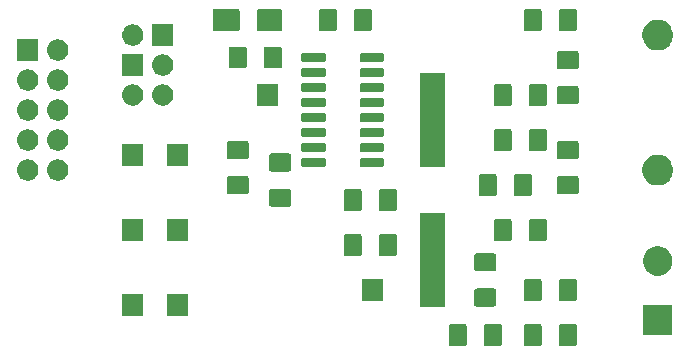
<source format=gbr>
G04 #@! TF.GenerationSoftware,KiCad,Pcbnew,5.1.4*
G04 #@! TF.CreationDate,2019-08-27T08:05:14+02:00*
G04 #@! TF.ProjectId,CS5490_UEXT,43533534-3930-45f5-9545-58542e6b6963,rev?*
G04 #@! TF.SameCoordinates,Original*
G04 #@! TF.FileFunction,Soldermask,Top*
G04 #@! TF.FilePolarity,Negative*
%FSLAX46Y46*%
G04 Gerber Fmt 4.6, Leading zero omitted, Abs format (unit mm)*
G04 Created by KiCad (PCBNEW 5.1.4) date 2019-08-27 08:05:14*
%MOMM*%
%LPD*%
G04 APERTURE LIST*
%ADD10C,0.100000*%
G04 APERTURE END LIST*
D10*
G36*
X142853062Y-109568181D02*
G01*
X142887981Y-109578774D01*
X142920163Y-109595976D01*
X142948373Y-109619127D01*
X142971524Y-109647337D01*
X142988726Y-109679519D01*
X142999319Y-109714438D01*
X143003500Y-109756895D01*
X143003500Y-111223105D01*
X142999319Y-111265562D01*
X142988726Y-111300481D01*
X142971524Y-111332663D01*
X142948373Y-111360873D01*
X142920163Y-111384024D01*
X142887981Y-111401226D01*
X142853062Y-111411819D01*
X142810605Y-111416000D01*
X141669395Y-111416000D01*
X141626938Y-111411819D01*
X141592019Y-111401226D01*
X141559837Y-111384024D01*
X141531627Y-111360873D01*
X141508476Y-111332663D01*
X141491274Y-111300481D01*
X141480681Y-111265562D01*
X141476500Y-111223105D01*
X141476500Y-109756895D01*
X141480681Y-109714438D01*
X141491274Y-109679519D01*
X141508476Y-109647337D01*
X141531627Y-109619127D01*
X141559837Y-109595976D01*
X141592019Y-109578774D01*
X141626938Y-109568181D01*
X141669395Y-109564000D01*
X142810605Y-109564000D01*
X142853062Y-109568181D01*
X142853062Y-109568181D01*
G37*
G36*
X139878062Y-109568181D02*
G01*
X139912981Y-109578774D01*
X139945163Y-109595976D01*
X139973373Y-109619127D01*
X139996524Y-109647337D01*
X140013726Y-109679519D01*
X140024319Y-109714438D01*
X140028500Y-109756895D01*
X140028500Y-111223105D01*
X140024319Y-111265562D01*
X140013726Y-111300481D01*
X139996524Y-111332663D01*
X139973373Y-111360873D01*
X139945163Y-111384024D01*
X139912981Y-111401226D01*
X139878062Y-111411819D01*
X139835605Y-111416000D01*
X138694395Y-111416000D01*
X138651938Y-111411819D01*
X138617019Y-111401226D01*
X138584837Y-111384024D01*
X138556627Y-111360873D01*
X138533476Y-111332663D01*
X138516274Y-111300481D01*
X138505681Y-111265562D01*
X138501500Y-111223105D01*
X138501500Y-109756895D01*
X138505681Y-109714438D01*
X138516274Y-109679519D01*
X138533476Y-109647337D01*
X138556627Y-109619127D01*
X138584837Y-109595976D01*
X138617019Y-109578774D01*
X138651938Y-109568181D01*
X138694395Y-109564000D01*
X139835605Y-109564000D01*
X139878062Y-109568181D01*
X139878062Y-109568181D01*
G37*
G36*
X136503062Y-109568181D02*
G01*
X136537981Y-109578774D01*
X136570163Y-109595976D01*
X136598373Y-109619127D01*
X136621524Y-109647337D01*
X136638726Y-109679519D01*
X136649319Y-109714438D01*
X136653500Y-109756895D01*
X136653500Y-111223105D01*
X136649319Y-111265562D01*
X136638726Y-111300481D01*
X136621524Y-111332663D01*
X136598373Y-111360873D01*
X136570163Y-111384024D01*
X136537981Y-111401226D01*
X136503062Y-111411819D01*
X136460605Y-111416000D01*
X135319395Y-111416000D01*
X135276938Y-111411819D01*
X135242019Y-111401226D01*
X135209837Y-111384024D01*
X135181627Y-111360873D01*
X135158476Y-111332663D01*
X135141274Y-111300481D01*
X135130681Y-111265562D01*
X135126500Y-111223105D01*
X135126500Y-109756895D01*
X135130681Y-109714438D01*
X135141274Y-109679519D01*
X135158476Y-109647337D01*
X135181627Y-109619127D01*
X135209837Y-109595976D01*
X135242019Y-109578774D01*
X135276938Y-109568181D01*
X135319395Y-109564000D01*
X136460605Y-109564000D01*
X136503062Y-109568181D01*
X136503062Y-109568181D01*
G37*
G36*
X133528062Y-109568181D02*
G01*
X133562981Y-109578774D01*
X133595163Y-109595976D01*
X133623373Y-109619127D01*
X133646524Y-109647337D01*
X133663726Y-109679519D01*
X133674319Y-109714438D01*
X133678500Y-109756895D01*
X133678500Y-111223105D01*
X133674319Y-111265562D01*
X133663726Y-111300481D01*
X133646524Y-111332663D01*
X133623373Y-111360873D01*
X133595163Y-111384024D01*
X133562981Y-111401226D01*
X133528062Y-111411819D01*
X133485605Y-111416000D01*
X132344395Y-111416000D01*
X132301938Y-111411819D01*
X132267019Y-111401226D01*
X132234837Y-111384024D01*
X132206627Y-111360873D01*
X132183476Y-111332663D01*
X132166274Y-111300481D01*
X132155681Y-111265562D01*
X132151500Y-111223105D01*
X132151500Y-109756895D01*
X132155681Y-109714438D01*
X132166274Y-109679519D01*
X132183476Y-109647337D01*
X132206627Y-109619127D01*
X132234837Y-109595976D01*
X132267019Y-109578774D01*
X132301938Y-109568181D01*
X132344395Y-109564000D01*
X133485605Y-109564000D01*
X133528062Y-109568181D01*
X133528062Y-109568181D01*
G37*
G36*
X151111000Y-110471000D02*
G01*
X148609000Y-110471000D01*
X148609000Y-107969000D01*
X151111000Y-107969000D01*
X151111000Y-110471000D01*
X151111000Y-110471000D01*
G37*
G36*
X110121000Y-108851000D02*
G01*
X108319000Y-108851000D01*
X108319000Y-107049000D01*
X110121000Y-107049000D01*
X110121000Y-108851000D01*
X110121000Y-108851000D01*
G37*
G36*
X106311000Y-108851000D02*
G01*
X104509000Y-108851000D01*
X104509000Y-107049000D01*
X106311000Y-107049000D01*
X106311000Y-108851000D01*
X106311000Y-108851000D01*
G37*
G36*
X131861000Y-108128500D02*
G01*
X129759000Y-108128500D01*
X129759000Y-100151500D01*
X131861000Y-100151500D01*
X131861000Y-108128500D01*
X131861000Y-108128500D01*
G37*
G36*
X136030562Y-106555681D02*
G01*
X136065481Y-106566274D01*
X136097663Y-106583476D01*
X136125873Y-106606627D01*
X136149024Y-106634837D01*
X136166226Y-106667019D01*
X136176819Y-106701938D01*
X136181000Y-106744395D01*
X136181000Y-107885605D01*
X136176819Y-107928062D01*
X136166226Y-107962981D01*
X136149024Y-107995163D01*
X136125873Y-108023373D01*
X136097663Y-108046524D01*
X136065481Y-108063726D01*
X136030562Y-108074319D01*
X135988105Y-108078500D01*
X134521895Y-108078500D01*
X134479438Y-108074319D01*
X134444519Y-108063726D01*
X134412337Y-108046524D01*
X134384127Y-108023373D01*
X134360976Y-107995163D01*
X134343774Y-107962981D01*
X134333181Y-107928062D01*
X134329000Y-107885605D01*
X134329000Y-106744395D01*
X134333181Y-106701938D01*
X134343774Y-106667019D01*
X134360976Y-106634837D01*
X134384127Y-106606627D01*
X134412337Y-106583476D01*
X134444519Y-106566274D01*
X134479438Y-106555681D01*
X134521895Y-106551500D01*
X135988105Y-106551500D01*
X136030562Y-106555681D01*
X136030562Y-106555681D01*
G37*
G36*
X139878062Y-105758181D02*
G01*
X139912981Y-105768774D01*
X139945163Y-105785976D01*
X139973373Y-105809127D01*
X139996524Y-105837337D01*
X140013726Y-105869519D01*
X140024319Y-105904438D01*
X140028500Y-105946895D01*
X140028500Y-107413105D01*
X140024319Y-107455562D01*
X140013726Y-107490481D01*
X139996524Y-107522663D01*
X139973373Y-107550873D01*
X139945163Y-107574024D01*
X139912981Y-107591226D01*
X139878062Y-107601819D01*
X139835605Y-107606000D01*
X138694395Y-107606000D01*
X138651938Y-107601819D01*
X138617019Y-107591226D01*
X138584837Y-107574024D01*
X138556627Y-107550873D01*
X138533476Y-107522663D01*
X138516274Y-107490481D01*
X138505681Y-107455562D01*
X138501500Y-107413105D01*
X138501500Y-105946895D01*
X138505681Y-105904438D01*
X138516274Y-105869519D01*
X138533476Y-105837337D01*
X138556627Y-105809127D01*
X138584837Y-105785976D01*
X138617019Y-105768774D01*
X138651938Y-105758181D01*
X138694395Y-105754000D01*
X139835605Y-105754000D01*
X139878062Y-105758181D01*
X139878062Y-105758181D01*
G37*
G36*
X142853062Y-105758181D02*
G01*
X142887981Y-105768774D01*
X142920163Y-105785976D01*
X142948373Y-105809127D01*
X142971524Y-105837337D01*
X142988726Y-105869519D01*
X142999319Y-105904438D01*
X143003500Y-105946895D01*
X143003500Y-107413105D01*
X142999319Y-107455562D01*
X142988726Y-107490481D01*
X142971524Y-107522663D01*
X142948373Y-107550873D01*
X142920163Y-107574024D01*
X142887981Y-107591226D01*
X142853062Y-107601819D01*
X142810605Y-107606000D01*
X141669395Y-107606000D01*
X141626938Y-107601819D01*
X141592019Y-107591226D01*
X141559837Y-107574024D01*
X141531627Y-107550873D01*
X141508476Y-107522663D01*
X141491274Y-107490481D01*
X141480681Y-107455562D01*
X141476500Y-107413105D01*
X141476500Y-105946895D01*
X141480681Y-105904438D01*
X141491274Y-105869519D01*
X141508476Y-105837337D01*
X141531627Y-105809127D01*
X141559837Y-105785976D01*
X141592019Y-105768774D01*
X141626938Y-105758181D01*
X141669395Y-105754000D01*
X142810605Y-105754000D01*
X142853062Y-105758181D01*
X142853062Y-105758181D01*
G37*
G36*
X126631000Y-107581000D02*
G01*
X124829000Y-107581000D01*
X124829000Y-105779000D01*
X126631000Y-105779000D01*
X126631000Y-107581000D01*
X126631000Y-107581000D01*
G37*
G36*
X150224903Y-103017075D02*
G01*
X150452571Y-103111378D01*
X150657466Y-103248285D01*
X150831715Y-103422534D01*
X150952369Y-103603105D01*
X150968623Y-103627431D01*
X150970361Y-103631627D01*
X151062925Y-103855097D01*
X151111000Y-104096787D01*
X151111000Y-104343213D01*
X151062925Y-104584903D01*
X150968622Y-104812571D01*
X150831715Y-105017466D01*
X150657466Y-105191715D01*
X150452571Y-105328622D01*
X150452570Y-105328623D01*
X150452569Y-105328623D01*
X150224903Y-105422925D01*
X149983214Y-105471000D01*
X149736786Y-105471000D01*
X149495097Y-105422925D01*
X149267431Y-105328623D01*
X149267430Y-105328623D01*
X149267429Y-105328622D01*
X149062534Y-105191715D01*
X148888285Y-105017466D01*
X148751378Y-104812571D01*
X148657075Y-104584903D01*
X148609000Y-104343213D01*
X148609000Y-104096787D01*
X148657075Y-103855097D01*
X148749639Y-103631627D01*
X148751377Y-103627431D01*
X148767631Y-103603105D01*
X148888285Y-103422534D01*
X149062534Y-103248285D01*
X149267429Y-103111378D01*
X149495097Y-103017075D01*
X149736786Y-102969000D01*
X149983214Y-102969000D01*
X150224903Y-103017075D01*
X150224903Y-103017075D01*
G37*
G36*
X136030562Y-103580681D02*
G01*
X136065481Y-103591274D01*
X136097663Y-103608476D01*
X136125873Y-103631627D01*
X136149024Y-103659837D01*
X136166226Y-103692019D01*
X136176819Y-103726938D01*
X136181000Y-103769395D01*
X136181000Y-104910605D01*
X136176819Y-104953062D01*
X136166226Y-104987981D01*
X136149024Y-105020163D01*
X136125873Y-105048373D01*
X136097663Y-105071524D01*
X136065481Y-105088726D01*
X136030562Y-105099319D01*
X135988105Y-105103500D01*
X134521895Y-105103500D01*
X134479438Y-105099319D01*
X134444519Y-105088726D01*
X134412337Y-105071524D01*
X134384127Y-105048373D01*
X134360976Y-105020163D01*
X134343774Y-104987981D01*
X134333181Y-104953062D01*
X134329000Y-104910605D01*
X134329000Y-103769395D01*
X134333181Y-103726938D01*
X134343774Y-103692019D01*
X134360976Y-103659837D01*
X134384127Y-103631627D01*
X134412337Y-103608476D01*
X134444519Y-103591274D01*
X134479438Y-103580681D01*
X134521895Y-103576500D01*
X135988105Y-103576500D01*
X136030562Y-103580681D01*
X136030562Y-103580681D01*
G37*
G36*
X127613062Y-101948181D02*
G01*
X127647981Y-101958774D01*
X127680163Y-101975976D01*
X127708373Y-101999127D01*
X127731524Y-102027337D01*
X127748726Y-102059519D01*
X127759319Y-102094438D01*
X127763500Y-102136895D01*
X127763500Y-103603105D01*
X127759319Y-103645562D01*
X127748726Y-103680481D01*
X127731524Y-103712663D01*
X127708373Y-103740873D01*
X127680163Y-103764024D01*
X127647981Y-103781226D01*
X127613062Y-103791819D01*
X127570605Y-103796000D01*
X126429395Y-103796000D01*
X126386938Y-103791819D01*
X126352019Y-103781226D01*
X126319837Y-103764024D01*
X126291627Y-103740873D01*
X126268476Y-103712663D01*
X126251274Y-103680481D01*
X126240681Y-103645562D01*
X126236500Y-103603105D01*
X126236500Y-102136895D01*
X126240681Y-102094438D01*
X126251274Y-102059519D01*
X126268476Y-102027337D01*
X126291627Y-101999127D01*
X126319837Y-101975976D01*
X126352019Y-101958774D01*
X126386938Y-101948181D01*
X126429395Y-101944000D01*
X127570605Y-101944000D01*
X127613062Y-101948181D01*
X127613062Y-101948181D01*
G37*
G36*
X124638062Y-101948181D02*
G01*
X124672981Y-101958774D01*
X124705163Y-101975976D01*
X124733373Y-101999127D01*
X124756524Y-102027337D01*
X124773726Y-102059519D01*
X124784319Y-102094438D01*
X124788500Y-102136895D01*
X124788500Y-103603105D01*
X124784319Y-103645562D01*
X124773726Y-103680481D01*
X124756524Y-103712663D01*
X124733373Y-103740873D01*
X124705163Y-103764024D01*
X124672981Y-103781226D01*
X124638062Y-103791819D01*
X124595605Y-103796000D01*
X123454395Y-103796000D01*
X123411938Y-103791819D01*
X123377019Y-103781226D01*
X123344837Y-103764024D01*
X123316627Y-103740873D01*
X123293476Y-103712663D01*
X123276274Y-103680481D01*
X123265681Y-103645562D01*
X123261500Y-103603105D01*
X123261500Y-102136895D01*
X123265681Y-102094438D01*
X123276274Y-102059519D01*
X123293476Y-102027337D01*
X123316627Y-101999127D01*
X123344837Y-101975976D01*
X123377019Y-101958774D01*
X123411938Y-101948181D01*
X123454395Y-101944000D01*
X124595605Y-101944000D01*
X124638062Y-101948181D01*
X124638062Y-101948181D01*
G37*
G36*
X140313062Y-100678181D02*
G01*
X140347981Y-100688774D01*
X140380163Y-100705976D01*
X140408373Y-100729127D01*
X140431524Y-100757337D01*
X140448726Y-100789519D01*
X140459319Y-100824438D01*
X140463500Y-100866895D01*
X140463500Y-102333105D01*
X140459319Y-102375562D01*
X140448726Y-102410481D01*
X140431524Y-102442663D01*
X140408373Y-102470873D01*
X140380163Y-102494024D01*
X140347981Y-102511226D01*
X140313062Y-102521819D01*
X140270605Y-102526000D01*
X139129395Y-102526000D01*
X139086938Y-102521819D01*
X139052019Y-102511226D01*
X139019837Y-102494024D01*
X138991627Y-102470873D01*
X138968476Y-102442663D01*
X138951274Y-102410481D01*
X138940681Y-102375562D01*
X138936500Y-102333105D01*
X138936500Y-100866895D01*
X138940681Y-100824438D01*
X138951274Y-100789519D01*
X138968476Y-100757337D01*
X138991627Y-100729127D01*
X139019837Y-100705976D01*
X139052019Y-100688774D01*
X139086938Y-100678181D01*
X139129395Y-100674000D01*
X140270605Y-100674000D01*
X140313062Y-100678181D01*
X140313062Y-100678181D01*
G37*
G36*
X137338062Y-100678181D02*
G01*
X137372981Y-100688774D01*
X137405163Y-100705976D01*
X137433373Y-100729127D01*
X137456524Y-100757337D01*
X137473726Y-100789519D01*
X137484319Y-100824438D01*
X137488500Y-100866895D01*
X137488500Y-102333105D01*
X137484319Y-102375562D01*
X137473726Y-102410481D01*
X137456524Y-102442663D01*
X137433373Y-102470873D01*
X137405163Y-102494024D01*
X137372981Y-102511226D01*
X137338062Y-102521819D01*
X137295605Y-102526000D01*
X136154395Y-102526000D01*
X136111938Y-102521819D01*
X136077019Y-102511226D01*
X136044837Y-102494024D01*
X136016627Y-102470873D01*
X135993476Y-102442663D01*
X135976274Y-102410481D01*
X135965681Y-102375562D01*
X135961500Y-102333105D01*
X135961500Y-100866895D01*
X135965681Y-100824438D01*
X135976274Y-100789519D01*
X135993476Y-100757337D01*
X136016627Y-100729127D01*
X136044837Y-100705976D01*
X136077019Y-100688774D01*
X136111938Y-100678181D01*
X136154395Y-100674000D01*
X137295605Y-100674000D01*
X137338062Y-100678181D01*
X137338062Y-100678181D01*
G37*
G36*
X106311000Y-102501000D02*
G01*
X104509000Y-102501000D01*
X104509000Y-100699000D01*
X106311000Y-100699000D01*
X106311000Y-102501000D01*
X106311000Y-102501000D01*
G37*
G36*
X110121000Y-102501000D02*
G01*
X108319000Y-102501000D01*
X108319000Y-100699000D01*
X110121000Y-100699000D01*
X110121000Y-102501000D01*
X110121000Y-102501000D01*
G37*
G36*
X124638062Y-98138181D02*
G01*
X124672981Y-98148774D01*
X124705163Y-98165976D01*
X124733373Y-98189127D01*
X124756524Y-98217337D01*
X124773726Y-98249519D01*
X124784319Y-98284438D01*
X124788500Y-98326895D01*
X124788500Y-99793105D01*
X124784319Y-99835562D01*
X124773726Y-99870481D01*
X124756524Y-99902663D01*
X124733373Y-99930873D01*
X124705163Y-99954024D01*
X124672981Y-99971226D01*
X124638062Y-99981819D01*
X124595605Y-99986000D01*
X123454395Y-99986000D01*
X123411938Y-99981819D01*
X123377019Y-99971226D01*
X123344837Y-99954024D01*
X123316627Y-99930873D01*
X123293476Y-99902663D01*
X123276274Y-99870481D01*
X123265681Y-99835562D01*
X123261500Y-99793105D01*
X123261500Y-98326895D01*
X123265681Y-98284438D01*
X123276274Y-98249519D01*
X123293476Y-98217337D01*
X123316627Y-98189127D01*
X123344837Y-98165976D01*
X123377019Y-98148774D01*
X123411938Y-98138181D01*
X123454395Y-98134000D01*
X124595605Y-98134000D01*
X124638062Y-98138181D01*
X124638062Y-98138181D01*
G37*
G36*
X127613062Y-98138181D02*
G01*
X127647981Y-98148774D01*
X127680163Y-98165976D01*
X127708373Y-98189127D01*
X127731524Y-98217337D01*
X127748726Y-98249519D01*
X127759319Y-98284438D01*
X127763500Y-98326895D01*
X127763500Y-99793105D01*
X127759319Y-99835562D01*
X127748726Y-99870481D01*
X127731524Y-99902663D01*
X127708373Y-99930873D01*
X127680163Y-99954024D01*
X127647981Y-99971226D01*
X127613062Y-99981819D01*
X127570605Y-99986000D01*
X126429395Y-99986000D01*
X126386938Y-99981819D01*
X126352019Y-99971226D01*
X126319837Y-99954024D01*
X126291627Y-99930873D01*
X126268476Y-99902663D01*
X126251274Y-99870481D01*
X126240681Y-99835562D01*
X126236500Y-99793105D01*
X126236500Y-98326895D01*
X126240681Y-98284438D01*
X126251274Y-98249519D01*
X126268476Y-98217337D01*
X126291627Y-98189127D01*
X126319837Y-98165976D01*
X126352019Y-98148774D01*
X126386938Y-98138181D01*
X126429395Y-98134000D01*
X127570605Y-98134000D01*
X127613062Y-98138181D01*
X127613062Y-98138181D01*
G37*
G36*
X118668062Y-98100681D02*
G01*
X118702981Y-98111274D01*
X118735163Y-98128476D01*
X118763373Y-98151627D01*
X118786524Y-98179837D01*
X118803726Y-98212019D01*
X118814319Y-98246938D01*
X118818500Y-98289395D01*
X118818500Y-99430605D01*
X118814319Y-99473062D01*
X118803726Y-99507981D01*
X118786524Y-99540163D01*
X118763373Y-99568373D01*
X118735163Y-99591524D01*
X118702981Y-99608726D01*
X118668062Y-99619319D01*
X118625605Y-99623500D01*
X117159395Y-99623500D01*
X117116938Y-99619319D01*
X117082019Y-99608726D01*
X117049837Y-99591524D01*
X117021627Y-99568373D01*
X116998476Y-99540163D01*
X116981274Y-99507981D01*
X116970681Y-99473062D01*
X116966500Y-99430605D01*
X116966500Y-98289395D01*
X116970681Y-98246938D01*
X116981274Y-98212019D01*
X116998476Y-98179837D01*
X117021627Y-98151627D01*
X117049837Y-98128476D01*
X117082019Y-98111274D01*
X117116938Y-98100681D01*
X117159395Y-98096500D01*
X118625605Y-98096500D01*
X118668062Y-98100681D01*
X118668062Y-98100681D01*
G37*
G36*
X136068062Y-96868181D02*
G01*
X136102981Y-96878774D01*
X136135163Y-96895976D01*
X136163373Y-96919127D01*
X136186524Y-96947337D01*
X136203726Y-96979519D01*
X136214319Y-97014438D01*
X136218500Y-97056895D01*
X136218500Y-98523105D01*
X136214319Y-98565562D01*
X136203726Y-98600481D01*
X136186524Y-98632663D01*
X136163373Y-98660873D01*
X136135163Y-98684024D01*
X136102981Y-98701226D01*
X136068062Y-98711819D01*
X136025605Y-98716000D01*
X134884395Y-98716000D01*
X134841938Y-98711819D01*
X134807019Y-98701226D01*
X134774837Y-98684024D01*
X134746627Y-98660873D01*
X134723476Y-98632663D01*
X134706274Y-98600481D01*
X134695681Y-98565562D01*
X134691500Y-98523105D01*
X134691500Y-97056895D01*
X134695681Y-97014438D01*
X134706274Y-96979519D01*
X134723476Y-96947337D01*
X134746627Y-96919127D01*
X134774837Y-96895976D01*
X134807019Y-96878774D01*
X134841938Y-96868181D01*
X134884395Y-96864000D01*
X136025605Y-96864000D01*
X136068062Y-96868181D01*
X136068062Y-96868181D01*
G37*
G36*
X139043062Y-96868181D02*
G01*
X139077981Y-96878774D01*
X139110163Y-96895976D01*
X139138373Y-96919127D01*
X139161524Y-96947337D01*
X139178726Y-96979519D01*
X139189319Y-97014438D01*
X139193500Y-97056895D01*
X139193500Y-98523105D01*
X139189319Y-98565562D01*
X139178726Y-98600481D01*
X139161524Y-98632663D01*
X139138373Y-98660873D01*
X139110163Y-98684024D01*
X139077981Y-98701226D01*
X139043062Y-98711819D01*
X139000605Y-98716000D01*
X137859395Y-98716000D01*
X137816938Y-98711819D01*
X137782019Y-98701226D01*
X137749837Y-98684024D01*
X137721627Y-98660873D01*
X137698476Y-98632663D01*
X137681274Y-98600481D01*
X137670681Y-98565562D01*
X137666500Y-98523105D01*
X137666500Y-97056895D01*
X137670681Y-97014438D01*
X137681274Y-96979519D01*
X137698476Y-96947337D01*
X137721627Y-96919127D01*
X137749837Y-96895976D01*
X137782019Y-96878774D01*
X137816938Y-96868181D01*
X137859395Y-96864000D01*
X139000605Y-96864000D01*
X139043062Y-96868181D01*
X139043062Y-96868181D01*
G37*
G36*
X115075562Y-97030681D02*
G01*
X115110481Y-97041274D01*
X115142663Y-97058476D01*
X115170873Y-97081627D01*
X115194024Y-97109837D01*
X115211226Y-97142019D01*
X115221819Y-97176938D01*
X115226000Y-97219395D01*
X115226000Y-98360605D01*
X115221819Y-98403062D01*
X115211226Y-98437981D01*
X115194024Y-98470163D01*
X115170873Y-98498373D01*
X115142663Y-98521524D01*
X115110481Y-98538726D01*
X115075562Y-98549319D01*
X115033105Y-98553500D01*
X113566895Y-98553500D01*
X113524438Y-98549319D01*
X113489519Y-98538726D01*
X113457337Y-98521524D01*
X113429127Y-98498373D01*
X113405976Y-98470163D01*
X113388774Y-98437981D01*
X113378181Y-98403062D01*
X113374000Y-98360605D01*
X113374000Y-97219395D01*
X113378181Y-97176938D01*
X113388774Y-97142019D01*
X113405976Y-97109837D01*
X113429127Y-97081627D01*
X113457337Y-97058476D01*
X113489519Y-97041274D01*
X113524438Y-97030681D01*
X113566895Y-97026500D01*
X115033105Y-97026500D01*
X115075562Y-97030681D01*
X115075562Y-97030681D01*
G37*
G36*
X143015562Y-97030681D02*
G01*
X143050481Y-97041274D01*
X143082663Y-97058476D01*
X143110873Y-97081627D01*
X143134024Y-97109837D01*
X143151226Y-97142019D01*
X143161819Y-97176938D01*
X143166000Y-97219395D01*
X143166000Y-98360605D01*
X143161819Y-98403062D01*
X143151226Y-98437981D01*
X143134024Y-98470163D01*
X143110873Y-98498373D01*
X143082663Y-98521524D01*
X143050481Y-98538726D01*
X143015562Y-98549319D01*
X142973105Y-98553500D01*
X141506895Y-98553500D01*
X141464438Y-98549319D01*
X141429519Y-98538726D01*
X141397337Y-98521524D01*
X141369127Y-98498373D01*
X141345976Y-98470163D01*
X141328774Y-98437981D01*
X141318181Y-98403062D01*
X141314000Y-98360605D01*
X141314000Y-97219395D01*
X141318181Y-97176938D01*
X141328774Y-97142019D01*
X141345976Y-97109837D01*
X141369127Y-97081627D01*
X141397337Y-97058476D01*
X141429519Y-97041274D01*
X141464438Y-97030681D01*
X141506895Y-97026500D01*
X142973105Y-97026500D01*
X143015562Y-97030681D01*
X143015562Y-97030681D01*
G37*
G36*
X150239487Y-95268996D02*
G01*
X150476253Y-95367068D01*
X150476255Y-95367069D01*
X150689339Y-95509447D01*
X150870553Y-95690661D01*
X150996942Y-95879815D01*
X151012932Y-95903747D01*
X151111004Y-96140513D01*
X151161000Y-96391861D01*
X151161000Y-96648139D01*
X151111004Y-96899487D01*
X151035559Y-97081627D01*
X151012931Y-97136255D01*
X150870553Y-97349339D01*
X150689339Y-97530553D01*
X150476255Y-97672931D01*
X150476254Y-97672932D01*
X150476253Y-97672932D01*
X150239487Y-97771004D01*
X149988139Y-97821000D01*
X149731861Y-97821000D01*
X149480513Y-97771004D01*
X149243747Y-97672932D01*
X149243746Y-97672932D01*
X149243745Y-97672931D01*
X149030661Y-97530553D01*
X148849447Y-97349339D01*
X148707069Y-97136255D01*
X148684441Y-97081627D01*
X148608996Y-96899487D01*
X148559000Y-96648139D01*
X148559000Y-96391861D01*
X148608996Y-96140513D01*
X148707068Y-95903747D01*
X148723059Y-95879815D01*
X148849447Y-95690661D01*
X149030661Y-95509447D01*
X149243745Y-95367069D01*
X149243747Y-95367068D01*
X149480513Y-95268996D01*
X149731861Y-95219000D01*
X149988139Y-95219000D01*
X150239487Y-95268996D01*
X150239487Y-95268996D01*
G37*
G36*
X99165909Y-95625072D02*
G01*
X99236627Y-95632037D01*
X99406466Y-95683557D01*
X99562991Y-95767222D01*
X99598729Y-95796552D01*
X99700186Y-95879814D01*
X99783448Y-95981271D01*
X99812778Y-96017009D01*
X99896443Y-96173534D01*
X99947963Y-96343373D01*
X99965359Y-96520000D01*
X99947963Y-96696627D01*
X99896443Y-96866466D01*
X99812778Y-97022991D01*
X99783656Y-97058476D01*
X99700186Y-97160186D01*
X99600334Y-97242131D01*
X99562991Y-97272778D01*
X99406466Y-97356443D01*
X99236627Y-97407963D01*
X99170442Y-97414482D01*
X99104260Y-97421000D01*
X99015740Y-97421000D01*
X98949558Y-97414482D01*
X98883373Y-97407963D01*
X98713534Y-97356443D01*
X98557009Y-97272778D01*
X98519666Y-97242131D01*
X98419814Y-97160186D01*
X98336344Y-97058476D01*
X98307222Y-97022991D01*
X98223557Y-96866466D01*
X98172037Y-96696627D01*
X98154641Y-96520000D01*
X98172037Y-96343373D01*
X98223557Y-96173534D01*
X98307222Y-96017009D01*
X98336552Y-95981271D01*
X98419814Y-95879814D01*
X98521271Y-95796552D01*
X98557009Y-95767222D01*
X98713534Y-95683557D01*
X98883373Y-95632037D01*
X98954091Y-95625072D01*
X99015740Y-95619000D01*
X99104260Y-95619000D01*
X99165909Y-95625072D01*
X99165909Y-95625072D01*
G37*
G36*
X96625909Y-95625072D02*
G01*
X96696627Y-95632037D01*
X96866466Y-95683557D01*
X97022991Y-95767222D01*
X97058729Y-95796552D01*
X97160186Y-95879814D01*
X97243448Y-95981271D01*
X97272778Y-96017009D01*
X97356443Y-96173534D01*
X97407963Y-96343373D01*
X97425359Y-96520000D01*
X97407963Y-96696627D01*
X97356443Y-96866466D01*
X97272778Y-97022991D01*
X97243656Y-97058476D01*
X97160186Y-97160186D01*
X97060334Y-97242131D01*
X97022991Y-97272778D01*
X96866466Y-97356443D01*
X96696627Y-97407963D01*
X96630442Y-97414482D01*
X96564260Y-97421000D01*
X96475740Y-97421000D01*
X96409558Y-97414482D01*
X96343373Y-97407963D01*
X96173534Y-97356443D01*
X96017009Y-97272778D01*
X95979666Y-97242131D01*
X95879814Y-97160186D01*
X95796344Y-97058476D01*
X95767222Y-97022991D01*
X95683557Y-96866466D01*
X95632037Y-96696627D01*
X95614641Y-96520000D01*
X95632037Y-96343373D01*
X95683557Y-96173534D01*
X95767222Y-96017009D01*
X95796552Y-95981271D01*
X95879814Y-95879814D01*
X95981271Y-95796552D01*
X96017009Y-95767222D01*
X96173534Y-95683557D01*
X96343373Y-95632037D01*
X96414091Y-95625072D01*
X96475740Y-95619000D01*
X96564260Y-95619000D01*
X96625909Y-95625072D01*
X96625909Y-95625072D01*
G37*
G36*
X118668062Y-95125681D02*
G01*
X118702981Y-95136274D01*
X118735163Y-95153476D01*
X118763373Y-95176627D01*
X118786524Y-95204837D01*
X118803726Y-95237019D01*
X118814319Y-95271938D01*
X118818500Y-95314395D01*
X118818500Y-96455605D01*
X118814319Y-96498062D01*
X118803726Y-96532981D01*
X118786524Y-96565163D01*
X118763373Y-96593373D01*
X118735163Y-96616524D01*
X118702981Y-96633726D01*
X118668062Y-96644319D01*
X118625605Y-96648500D01*
X117159395Y-96648500D01*
X117116938Y-96644319D01*
X117082019Y-96633726D01*
X117049837Y-96616524D01*
X117021627Y-96593373D01*
X116998476Y-96565163D01*
X116981274Y-96532981D01*
X116970681Y-96498062D01*
X116966500Y-96455605D01*
X116966500Y-95314395D01*
X116970681Y-95271938D01*
X116981274Y-95237019D01*
X116998476Y-95204837D01*
X117021627Y-95176627D01*
X117049837Y-95153476D01*
X117082019Y-95136274D01*
X117116938Y-95125681D01*
X117159395Y-95121500D01*
X118625605Y-95121500D01*
X118668062Y-95125681D01*
X118668062Y-95125681D01*
G37*
G36*
X131861000Y-96253500D02*
G01*
X129759000Y-96253500D01*
X129759000Y-88276500D01*
X131861000Y-88276500D01*
X131861000Y-96253500D01*
X131861000Y-96253500D01*
G37*
G36*
X121649928Y-95536764D02*
G01*
X121671009Y-95543160D01*
X121690445Y-95553548D01*
X121707476Y-95567524D01*
X121721452Y-95584555D01*
X121731840Y-95603991D01*
X121738236Y-95625072D01*
X121741000Y-95653140D01*
X121741000Y-96116860D01*
X121738236Y-96144928D01*
X121731840Y-96166009D01*
X121721452Y-96185445D01*
X121707476Y-96202476D01*
X121690445Y-96216452D01*
X121671009Y-96226840D01*
X121649928Y-96233236D01*
X121621860Y-96236000D01*
X119808140Y-96236000D01*
X119780072Y-96233236D01*
X119758991Y-96226840D01*
X119739555Y-96216452D01*
X119722524Y-96202476D01*
X119708548Y-96185445D01*
X119698160Y-96166009D01*
X119691764Y-96144928D01*
X119689000Y-96116860D01*
X119689000Y-95653140D01*
X119691764Y-95625072D01*
X119698160Y-95603991D01*
X119708548Y-95584555D01*
X119722524Y-95567524D01*
X119739555Y-95553548D01*
X119758991Y-95543160D01*
X119780072Y-95536764D01*
X119808140Y-95534000D01*
X121621860Y-95534000D01*
X121649928Y-95536764D01*
X121649928Y-95536764D01*
G37*
G36*
X126599928Y-95536764D02*
G01*
X126621009Y-95543160D01*
X126640445Y-95553548D01*
X126657476Y-95567524D01*
X126671452Y-95584555D01*
X126681840Y-95603991D01*
X126688236Y-95625072D01*
X126691000Y-95653140D01*
X126691000Y-96116860D01*
X126688236Y-96144928D01*
X126681840Y-96166009D01*
X126671452Y-96185445D01*
X126657476Y-96202476D01*
X126640445Y-96216452D01*
X126621009Y-96226840D01*
X126599928Y-96233236D01*
X126571860Y-96236000D01*
X124758140Y-96236000D01*
X124730072Y-96233236D01*
X124708991Y-96226840D01*
X124689555Y-96216452D01*
X124672524Y-96202476D01*
X124658548Y-96185445D01*
X124648160Y-96166009D01*
X124641764Y-96144928D01*
X124639000Y-96116860D01*
X124639000Y-95653140D01*
X124641764Y-95625072D01*
X124648160Y-95603991D01*
X124658548Y-95584555D01*
X124672524Y-95567524D01*
X124689555Y-95553548D01*
X124708991Y-95543160D01*
X124730072Y-95536764D01*
X124758140Y-95534000D01*
X126571860Y-95534000D01*
X126599928Y-95536764D01*
X126599928Y-95536764D01*
G37*
G36*
X110121000Y-96151000D02*
G01*
X108319000Y-96151000D01*
X108319000Y-94349000D01*
X110121000Y-94349000D01*
X110121000Y-96151000D01*
X110121000Y-96151000D01*
G37*
G36*
X106311000Y-96151000D02*
G01*
X104509000Y-96151000D01*
X104509000Y-94349000D01*
X106311000Y-94349000D01*
X106311000Y-96151000D01*
X106311000Y-96151000D01*
G37*
G36*
X115075562Y-94055681D02*
G01*
X115110481Y-94066274D01*
X115142663Y-94083476D01*
X115170873Y-94106627D01*
X115194024Y-94134837D01*
X115211226Y-94167019D01*
X115221819Y-94201938D01*
X115226000Y-94244395D01*
X115226000Y-95385605D01*
X115221819Y-95428062D01*
X115211226Y-95462981D01*
X115194024Y-95495163D01*
X115170873Y-95523373D01*
X115142663Y-95546524D01*
X115110481Y-95563726D01*
X115075562Y-95574319D01*
X115033105Y-95578500D01*
X113566895Y-95578500D01*
X113524438Y-95574319D01*
X113489519Y-95563726D01*
X113457337Y-95546524D01*
X113429127Y-95523373D01*
X113405976Y-95495163D01*
X113388774Y-95462981D01*
X113378181Y-95428062D01*
X113374000Y-95385605D01*
X113374000Y-94244395D01*
X113378181Y-94201938D01*
X113388774Y-94167019D01*
X113405976Y-94134837D01*
X113429127Y-94106627D01*
X113457337Y-94083476D01*
X113489519Y-94066274D01*
X113524438Y-94055681D01*
X113566895Y-94051500D01*
X115033105Y-94051500D01*
X115075562Y-94055681D01*
X115075562Y-94055681D01*
G37*
G36*
X143015562Y-94055681D02*
G01*
X143050481Y-94066274D01*
X143082663Y-94083476D01*
X143110873Y-94106627D01*
X143134024Y-94134837D01*
X143151226Y-94167019D01*
X143161819Y-94201938D01*
X143166000Y-94244395D01*
X143166000Y-95385605D01*
X143161819Y-95428062D01*
X143151226Y-95462981D01*
X143134024Y-95495163D01*
X143110873Y-95523373D01*
X143082663Y-95546524D01*
X143050481Y-95563726D01*
X143015562Y-95574319D01*
X142973105Y-95578500D01*
X141506895Y-95578500D01*
X141464438Y-95574319D01*
X141429519Y-95563726D01*
X141397337Y-95546524D01*
X141369127Y-95523373D01*
X141345976Y-95495163D01*
X141328774Y-95462981D01*
X141318181Y-95428062D01*
X141314000Y-95385605D01*
X141314000Y-94244395D01*
X141318181Y-94201938D01*
X141328774Y-94167019D01*
X141345976Y-94134837D01*
X141369127Y-94106627D01*
X141397337Y-94083476D01*
X141429519Y-94066274D01*
X141464438Y-94055681D01*
X141506895Y-94051500D01*
X142973105Y-94051500D01*
X143015562Y-94055681D01*
X143015562Y-94055681D01*
G37*
G36*
X121649928Y-94266764D02*
G01*
X121671009Y-94273160D01*
X121690445Y-94283548D01*
X121707476Y-94297524D01*
X121721452Y-94314555D01*
X121731840Y-94333991D01*
X121738236Y-94355072D01*
X121741000Y-94383140D01*
X121741000Y-94846860D01*
X121738236Y-94874928D01*
X121731840Y-94896009D01*
X121721452Y-94915445D01*
X121707476Y-94932476D01*
X121690445Y-94946452D01*
X121671009Y-94956840D01*
X121649928Y-94963236D01*
X121621860Y-94966000D01*
X119808140Y-94966000D01*
X119780072Y-94963236D01*
X119758991Y-94956840D01*
X119739555Y-94946452D01*
X119722524Y-94932476D01*
X119708548Y-94915445D01*
X119698160Y-94896009D01*
X119691764Y-94874928D01*
X119689000Y-94846860D01*
X119689000Y-94383140D01*
X119691764Y-94355072D01*
X119698160Y-94333991D01*
X119708548Y-94314555D01*
X119722524Y-94297524D01*
X119739555Y-94283548D01*
X119758991Y-94273160D01*
X119780072Y-94266764D01*
X119808140Y-94264000D01*
X121621860Y-94264000D01*
X121649928Y-94266764D01*
X121649928Y-94266764D01*
G37*
G36*
X126599928Y-94266764D02*
G01*
X126621009Y-94273160D01*
X126640445Y-94283548D01*
X126657476Y-94297524D01*
X126671452Y-94314555D01*
X126681840Y-94333991D01*
X126688236Y-94355072D01*
X126691000Y-94383140D01*
X126691000Y-94846860D01*
X126688236Y-94874928D01*
X126681840Y-94896009D01*
X126671452Y-94915445D01*
X126657476Y-94932476D01*
X126640445Y-94946452D01*
X126621009Y-94956840D01*
X126599928Y-94963236D01*
X126571860Y-94966000D01*
X124758140Y-94966000D01*
X124730072Y-94963236D01*
X124708991Y-94956840D01*
X124689555Y-94946452D01*
X124672524Y-94932476D01*
X124658548Y-94915445D01*
X124648160Y-94896009D01*
X124641764Y-94874928D01*
X124639000Y-94846860D01*
X124639000Y-94383140D01*
X124641764Y-94355072D01*
X124648160Y-94333991D01*
X124658548Y-94314555D01*
X124672524Y-94297524D01*
X124689555Y-94283548D01*
X124708991Y-94273160D01*
X124730072Y-94266764D01*
X124758140Y-94264000D01*
X126571860Y-94264000D01*
X126599928Y-94266764D01*
X126599928Y-94266764D01*
G37*
G36*
X137338062Y-93058181D02*
G01*
X137372981Y-93068774D01*
X137405163Y-93085976D01*
X137433373Y-93109127D01*
X137456524Y-93137337D01*
X137473726Y-93169519D01*
X137484319Y-93204438D01*
X137488500Y-93246895D01*
X137488500Y-94713105D01*
X137484319Y-94755562D01*
X137473726Y-94790481D01*
X137456524Y-94822663D01*
X137433373Y-94850873D01*
X137405163Y-94874024D01*
X137372981Y-94891226D01*
X137338062Y-94901819D01*
X137295605Y-94906000D01*
X136154395Y-94906000D01*
X136111938Y-94901819D01*
X136077019Y-94891226D01*
X136044837Y-94874024D01*
X136016627Y-94850873D01*
X135993476Y-94822663D01*
X135976274Y-94790481D01*
X135965681Y-94755562D01*
X135961500Y-94713105D01*
X135961500Y-93246895D01*
X135965681Y-93204438D01*
X135976274Y-93169519D01*
X135993476Y-93137337D01*
X136016627Y-93109127D01*
X136044837Y-93085976D01*
X136077019Y-93068774D01*
X136111938Y-93058181D01*
X136154395Y-93054000D01*
X137295605Y-93054000D01*
X137338062Y-93058181D01*
X137338062Y-93058181D01*
G37*
G36*
X140313062Y-93058181D02*
G01*
X140347981Y-93068774D01*
X140380163Y-93085976D01*
X140408373Y-93109127D01*
X140431524Y-93137337D01*
X140448726Y-93169519D01*
X140459319Y-93204438D01*
X140463500Y-93246895D01*
X140463500Y-94713105D01*
X140459319Y-94755562D01*
X140448726Y-94790481D01*
X140431524Y-94822663D01*
X140408373Y-94850873D01*
X140380163Y-94874024D01*
X140347981Y-94891226D01*
X140313062Y-94901819D01*
X140270605Y-94906000D01*
X139129395Y-94906000D01*
X139086938Y-94901819D01*
X139052019Y-94891226D01*
X139019837Y-94874024D01*
X138991627Y-94850873D01*
X138968476Y-94822663D01*
X138951274Y-94790481D01*
X138940681Y-94755562D01*
X138936500Y-94713105D01*
X138936500Y-93246895D01*
X138940681Y-93204438D01*
X138951274Y-93169519D01*
X138968476Y-93137337D01*
X138991627Y-93109127D01*
X139019837Y-93085976D01*
X139052019Y-93068774D01*
X139086938Y-93058181D01*
X139129395Y-93054000D01*
X140270605Y-93054000D01*
X140313062Y-93058181D01*
X140313062Y-93058181D01*
G37*
G36*
X96625909Y-93085072D02*
G01*
X96696627Y-93092037D01*
X96866466Y-93143557D01*
X97022991Y-93227222D01*
X97046962Y-93246895D01*
X97160186Y-93339814D01*
X97243448Y-93441271D01*
X97272778Y-93477009D01*
X97356443Y-93633534D01*
X97407963Y-93803373D01*
X97425359Y-93980000D01*
X97407963Y-94156627D01*
X97356443Y-94326466D01*
X97272778Y-94482991D01*
X97243448Y-94518729D01*
X97160186Y-94620186D01*
X97058729Y-94703448D01*
X97022991Y-94732778D01*
X96866466Y-94816443D01*
X96696627Y-94867963D01*
X96635088Y-94874024D01*
X96564260Y-94881000D01*
X96475740Y-94881000D01*
X96404912Y-94874024D01*
X96343373Y-94867963D01*
X96173534Y-94816443D01*
X96017009Y-94732778D01*
X95981271Y-94703448D01*
X95879814Y-94620186D01*
X95796552Y-94518729D01*
X95767222Y-94482991D01*
X95683557Y-94326466D01*
X95632037Y-94156627D01*
X95614641Y-93980000D01*
X95632037Y-93803373D01*
X95683557Y-93633534D01*
X95767222Y-93477009D01*
X95796552Y-93441271D01*
X95879814Y-93339814D01*
X95993038Y-93246895D01*
X96017009Y-93227222D01*
X96173534Y-93143557D01*
X96343373Y-93092037D01*
X96414091Y-93085072D01*
X96475740Y-93079000D01*
X96564260Y-93079000D01*
X96625909Y-93085072D01*
X96625909Y-93085072D01*
G37*
G36*
X99165909Y-93085072D02*
G01*
X99236627Y-93092037D01*
X99406466Y-93143557D01*
X99562991Y-93227222D01*
X99586962Y-93246895D01*
X99700186Y-93339814D01*
X99783448Y-93441271D01*
X99812778Y-93477009D01*
X99896443Y-93633534D01*
X99947963Y-93803373D01*
X99965359Y-93980000D01*
X99947963Y-94156627D01*
X99896443Y-94326466D01*
X99812778Y-94482991D01*
X99783448Y-94518729D01*
X99700186Y-94620186D01*
X99598729Y-94703448D01*
X99562991Y-94732778D01*
X99406466Y-94816443D01*
X99236627Y-94867963D01*
X99175088Y-94874024D01*
X99104260Y-94881000D01*
X99015740Y-94881000D01*
X98944912Y-94874024D01*
X98883373Y-94867963D01*
X98713534Y-94816443D01*
X98557009Y-94732778D01*
X98521271Y-94703448D01*
X98419814Y-94620186D01*
X98336552Y-94518729D01*
X98307222Y-94482991D01*
X98223557Y-94326466D01*
X98172037Y-94156627D01*
X98154641Y-93980000D01*
X98172037Y-93803373D01*
X98223557Y-93633534D01*
X98307222Y-93477009D01*
X98336552Y-93441271D01*
X98419814Y-93339814D01*
X98533038Y-93246895D01*
X98557009Y-93227222D01*
X98713534Y-93143557D01*
X98883373Y-93092037D01*
X98954091Y-93085072D01*
X99015740Y-93079000D01*
X99104260Y-93079000D01*
X99165909Y-93085072D01*
X99165909Y-93085072D01*
G37*
G36*
X126599928Y-92996764D02*
G01*
X126621009Y-93003160D01*
X126640445Y-93013548D01*
X126657476Y-93027524D01*
X126671452Y-93044555D01*
X126681840Y-93063991D01*
X126688236Y-93085072D01*
X126691000Y-93113140D01*
X126691000Y-93576860D01*
X126688236Y-93604928D01*
X126681840Y-93626009D01*
X126671452Y-93645445D01*
X126657476Y-93662476D01*
X126640445Y-93676452D01*
X126621009Y-93686840D01*
X126599928Y-93693236D01*
X126571860Y-93696000D01*
X124758140Y-93696000D01*
X124730072Y-93693236D01*
X124708991Y-93686840D01*
X124689555Y-93676452D01*
X124672524Y-93662476D01*
X124658548Y-93645445D01*
X124648160Y-93626009D01*
X124641764Y-93604928D01*
X124639000Y-93576860D01*
X124639000Y-93113140D01*
X124641764Y-93085072D01*
X124648160Y-93063991D01*
X124658548Y-93044555D01*
X124672524Y-93027524D01*
X124689555Y-93013548D01*
X124708991Y-93003160D01*
X124730072Y-92996764D01*
X124758140Y-92994000D01*
X126571860Y-92994000D01*
X126599928Y-92996764D01*
X126599928Y-92996764D01*
G37*
G36*
X121649928Y-92996764D02*
G01*
X121671009Y-93003160D01*
X121690445Y-93013548D01*
X121707476Y-93027524D01*
X121721452Y-93044555D01*
X121731840Y-93063991D01*
X121738236Y-93085072D01*
X121741000Y-93113140D01*
X121741000Y-93576860D01*
X121738236Y-93604928D01*
X121731840Y-93626009D01*
X121721452Y-93645445D01*
X121707476Y-93662476D01*
X121690445Y-93676452D01*
X121671009Y-93686840D01*
X121649928Y-93693236D01*
X121621860Y-93696000D01*
X119808140Y-93696000D01*
X119780072Y-93693236D01*
X119758991Y-93686840D01*
X119739555Y-93676452D01*
X119722524Y-93662476D01*
X119708548Y-93645445D01*
X119698160Y-93626009D01*
X119691764Y-93604928D01*
X119689000Y-93576860D01*
X119689000Y-93113140D01*
X119691764Y-93085072D01*
X119698160Y-93063991D01*
X119708548Y-93044555D01*
X119722524Y-93027524D01*
X119739555Y-93013548D01*
X119758991Y-93003160D01*
X119780072Y-92996764D01*
X119808140Y-92994000D01*
X121621860Y-92994000D01*
X121649928Y-92996764D01*
X121649928Y-92996764D01*
G37*
G36*
X126599928Y-91726764D02*
G01*
X126621009Y-91733160D01*
X126640445Y-91743548D01*
X126657476Y-91757524D01*
X126671452Y-91774555D01*
X126681840Y-91793991D01*
X126688236Y-91815072D01*
X126691000Y-91843140D01*
X126691000Y-92306860D01*
X126688236Y-92334928D01*
X126681840Y-92356009D01*
X126671452Y-92375445D01*
X126657476Y-92392476D01*
X126640445Y-92406452D01*
X126621009Y-92416840D01*
X126599928Y-92423236D01*
X126571860Y-92426000D01*
X124758140Y-92426000D01*
X124730072Y-92423236D01*
X124708991Y-92416840D01*
X124689555Y-92406452D01*
X124672524Y-92392476D01*
X124658548Y-92375445D01*
X124648160Y-92356009D01*
X124641764Y-92334928D01*
X124639000Y-92306860D01*
X124639000Y-91843140D01*
X124641764Y-91815072D01*
X124648160Y-91793991D01*
X124658548Y-91774555D01*
X124672524Y-91757524D01*
X124689555Y-91743548D01*
X124708991Y-91733160D01*
X124730072Y-91726764D01*
X124758140Y-91724000D01*
X126571860Y-91724000D01*
X126599928Y-91726764D01*
X126599928Y-91726764D01*
G37*
G36*
X121649928Y-91726764D02*
G01*
X121671009Y-91733160D01*
X121690445Y-91743548D01*
X121707476Y-91757524D01*
X121721452Y-91774555D01*
X121731840Y-91793991D01*
X121738236Y-91815072D01*
X121741000Y-91843140D01*
X121741000Y-92306860D01*
X121738236Y-92334928D01*
X121731840Y-92356009D01*
X121721452Y-92375445D01*
X121707476Y-92392476D01*
X121690445Y-92406452D01*
X121671009Y-92416840D01*
X121649928Y-92423236D01*
X121621860Y-92426000D01*
X119808140Y-92426000D01*
X119780072Y-92423236D01*
X119758991Y-92416840D01*
X119739555Y-92406452D01*
X119722524Y-92392476D01*
X119708548Y-92375445D01*
X119698160Y-92356009D01*
X119691764Y-92334928D01*
X119689000Y-92306860D01*
X119689000Y-91843140D01*
X119691764Y-91815072D01*
X119698160Y-91793991D01*
X119708548Y-91774555D01*
X119722524Y-91757524D01*
X119739555Y-91743548D01*
X119758991Y-91733160D01*
X119780072Y-91726764D01*
X119808140Y-91724000D01*
X121621860Y-91724000D01*
X121649928Y-91726764D01*
X121649928Y-91726764D01*
G37*
G36*
X99165909Y-90545072D02*
G01*
X99236627Y-90552037D01*
X99406466Y-90603557D01*
X99562991Y-90687222D01*
X99598729Y-90716552D01*
X99700186Y-90799814D01*
X99772846Y-90888352D01*
X99812778Y-90937009D01*
X99896443Y-91093534D01*
X99947963Y-91263373D01*
X99965359Y-91440000D01*
X99947963Y-91616627D01*
X99896443Y-91786466D01*
X99812778Y-91942991D01*
X99783448Y-91978729D01*
X99700186Y-92080186D01*
X99598729Y-92163448D01*
X99562991Y-92192778D01*
X99406466Y-92276443D01*
X99236627Y-92327963D01*
X99170443Y-92334481D01*
X99104260Y-92341000D01*
X99015740Y-92341000D01*
X98949557Y-92334481D01*
X98883373Y-92327963D01*
X98713534Y-92276443D01*
X98557009Y-92192778D01*
X98521271Y-92163448D01*
X98419814Y-92080186D01*
X98336552Y-91978729D01*
X98307222Y-91942991D01*
X98223557Y-91786466D01*
X98172037Y-91616627D01*
X98154641Y-91440000D01*
X98172037Y-91263373D01*
X98223557Y-91093534D01*
X98307222Y-90937009D01*
X98347154Y-90888352D01*
X98419814Y-90799814D01*
X98521271Y-90716552D01*
X98557009Y-90687222D01*
X98713534Y-90603557D01*
X98883373Y-90552037D01*
X98954091Y-90545072D01*
X99015740Y-90539000D01*
X99104260Y-90539000D01*
X99165909Y-90545072D01*
X99165909Y-90545072D01*
G37*
G36*
X96625909Y-90545072D02*
G01*
X96696627Y-90552037D01*
X96866466Y-90603557D01*
X97022991Y-90687222D01*
X97058729Y-90716552D01*
X97160186Y-90799814D01*
X97232846Y-90888352D01*
X97272778Y-90937009D01*
X97356443Y-91093534D01*
X97407963Y-91263373D01*
X97425359Y-91440000D01*
X97407963Y-91616627D01*
X97356443Y-91786466D01*
X97272778Y-91942991D01*
X97243448Y-91978729D01*
X97160186Y-92080186D01*
X97058729Y-92163448D01*
X97022991Y-92192778D01*
X96866466Y-92276443D01*
X96696627Y-92327963D01*
X96630443Y-92334481D01*
X96564260Y-92341000D01*
X96475740Y-92341000D01*
X96409557Y-92334481D01*
X96343373Y-92327963D01*
X96173534Y-92276443D01*
X96017009Y-92192778D01*
X95981271Y-92163448D01*
X95879814Y-92080186D01*
X95796552Y-91978729D01*
X95767222Y-91942991D01*
X95683557Y-91786466D01*
X95632037Y-91616627D01*
X95614641Y-91440000D01*
X95632037Y-91263373D01*
X95683557Y-91093534D01*
X95767222Y-90937009D01*
X95807154Y-90888352D01*
X95879814Y-90799814D01*
X95981271Y-90716552D01*
X96017009Y-90687222D01*
X96173534Y-90603557D01*
X96343373Y-90552037D01*
X96414091Y-90545072D01*
X96475740Y-90539000D01*
X96564260Y-90539000D01*
X96625909Y-90545072D01*
X96625909Y-90545072D01*
G37*
G36*
X126599928Y-90456764D02*
G01*
X126621009Y-90463160D01*
X126640445Y-90473548D01*
X126657476Y-90487524D01*
X126671452Y-90504555D01*
X126681840Y-90523991D01*
X126688236Y-90545072D01*
X126691000Y-90573140D01*
X126691000Y-91036860D01*
X126688236Y-91064928D01*
X126681840Y-91086009D01*
X126671452Y-91105445D01*
X126657476Y-91122476D01*
X126640445Y-91136452D01*
X126621009Y-91146840D01*
X126599928Y-91153236D01*
X126571860Y-91156000D01*
X124758140Y-91156000D01*
X124730072Y-91153236D01*
X124708991Y-91146840D01*
X124689555Y-91136452D01*
X124672524Y-91122476D01*
X124658548Y-91105445D01*
X124648160Y-91086009D01*
X124641764Y-91064928D01*
X124639000Y-91036860D01*
X124639000Y-90573140D01*
X124641764Y-90545072D01*
X124648160Y-90523991D01*
X124658548Y-90504555D01*
X124672524Y-90487524D01*
X124689555Y-90473548D01*
X124708991Y-90463160D01*
X124730072Y-90456764D01*
X124758140Y-90454000D01*
X126571860Y-90454000D01*
X126599928Y-90456764D01*
X126599928Y-90456764D01*
G37*
G36*
X121649928Y-90456764D02*
G01*
X121671009Y-90463160D01*
X121690445Y-90473548D01*
X121707476Y-90487524D01*
X121721452Y-90504555D01*
X121731840Y-90523991D01*
X121738236Y-90545072D01*
X121741000Y-90573140D01*
X121741000Y-91036860D01*
X121738236Y-91064928D01*
X121731840Y-91086009D01*
X121721452Y-91105445D01*
X121707476Y-91122476D01*
X121690445Y-91136452D01*
X121671009Y-91146840D01*
X121649928Y-91153236D01*
X121621860Y-91156000D01*
X119808140Y-91156000D01*
X119780072Y-91153236D01*
X119758991Y-91146840D01*
X119739555Y-91136452D01*
X119722524Y-91122476D01*
X119708548Y-91105445D01*
X119698160Y-91086009D01*
X119691764Y-91064928D01*
X119689000Y-91036860D01*
X119689000Y-90573140D01*
X119691764Y-90545072D01*
X119698160Y-90523991D01*
X119708548Y-90504555D01*
X119722524Y-90487524D01*
X119739555Y-90473548D01*
X119758991Y-90463160D01*
X119780072Y-90456764D01*
X119808140Y-90454000D01*
X121621860Y-90454000D01*
X121649928Y-90456764D01*
X121649928Y-90456764D01*
G37*
G36*
X140313062Y-89248181D02*
G01*
X140347981Y-89258774D01*
X140380163Y-89275976D01*
X140408373Y-89299127D01*
X140431524Y-89327337D01*
X140448726Y-89359519D01*
X140459319Y-89394438D01*
X140463500Y-89436895D01*
X140463500Y-90903105D01*
X140459319Y-90945562D01*
X140448726Y-90980481D01*
X140431524Y-91012663D01*
X140408373Y-91040873D01*
X140380163Y-91064024D01*
X140347981Y-91081226D01*
X140313062Y-91091819D01*
X140270605Y-91096000D01*
X139129395Y-91096000D01*
X139086938Y-91091819D01*
X139052019Y-91081226D01*
X139019837Y-91064024D01*
X138991627Y-91040873D01*
X138968476Y-91012663D01*
X138951274Y-90980481D01*
X138940681Y-90945562D01*
X138936500Y-90903105D01*
X138936500Y-89436895D01*
X138940681Y-89394438D01*
X138951274Y-89359519D01*
X138968476Y-89327337D01*
X138991627Y-89299127D01*
X139019837Y-89275976D01*
X139052019Y-89258774D01*
X139086938Y-89248181D01*
X139129395Y-89244000D01*
X140270605Y-89244000D01*
X140313062Y-89248181D01*
X140313062Y-89248181D01*
G37*
G36*
X137338062Y-89248181D02*
G01*
X137372981Y-89258774D01*
X137405163Y-89275976D01*
X137433373Y-89299127D01*
X137456524Y-89327337D01*
X137473726Y-89359519D01*
X137484319Y-89394438D01*
X137488500Y-89436895D01*
X137488500Y-90903105D01*
X137484319Y-90945562D01*
X137473726Y-90980481D01*
X137456524Y-91012663D01*
X137433373Y-91040873D01*
X137405163Y-91064024D01*
X137372981Y-91081226D01*
X137338062Y-91091819D01*
X137295605Y-91096000D01*
X136154395Y-91096000D01*
X136111938Y-91091819D01*
X136077019Y-91081226D01*
X136044837Y-91064024D01*
X136016627Y-91040873D01*
X135993476Y-91012663D01*
X135976274Y-90980481D01*
X135965681Y-90945562D01*
X135961500Y-90903105D01*
X135961500Y-89436895D01*
X135965681Y-89394438D01*
X135976274Y-89359519D01*
X135993476Y-89327337D01*
X136016627Y-89299127D01*
X136044837Y-89275976D01*
X136077019Y-89258774D01*
X136111938Y-89248181D01*
X136154395Y-89244000D01*
X137295605Y-89244000D01*
X137338062Y-89248181D01*
X137338062Y-89248181D01*
G37*
G36*
X108055909Y-89275072D02*
G01*
X108126627Y-89282037D01*
X108296466Y-89333557D01*
X108452991Y-89417222D01*
X108476962Y-89436895D01*
X108590186Y-89529814D01*
X108665947Y-89622131D01*
X108702778Y-89667009D01*
X108786443Y-89823534D01*
X108837963Y-89993373D01*
X108855359Y-90170000D01*
X108837963Y-90346627D01*
X108786443Y-90516466D01*
X108702778Y-90672991D01*
X108673448Y-90708729D01*
X108590186Y-90810186D01*
X108494939Y-90888352D01*
X108452991Y-90922778D01*
X108296466Y-91006443D01*
X108126627Y-91057963D01*
X108065088Y-91064024D01*
X107994260Y-91071000D01*
X107905740Y-91071000D01*
X107834912Y-91064024D01*
X107773373Y-91057963D01*
X107603534Y-91006443D01*
X107447009Y-90922778D01*
X107405061Y-90888352D01*
X107309814Y-90810186D01*
X107226552Y-90708729D01*
X107197222Y-90672991D01*
X107113557Y-90516466D01*
X107062037Y-90346627D01*
X107044641Y-90170000D01*
X107062037Y-89993373D01*
X107113557Y-89823534D01*
X107197222Y-89667009D01*
X107234053Y-89622131D01*
X107309814Y-89529814D01*
X107423038Y-89436895D01*
X107447009Y-89417222D01*
X107603534Y-89333557D01*
X107773373Y-89282037D01*
X107844091Y-89275072D01*
X107905740Y-89269000D01*
X107994260Y-89269000D01*
X108055909Y-89275072D01*
X108055909Y-89275072D01*
G37*
G36*
X105515909Y-89275072D02*
G01*
X105586627Y-89282037D01*
X105756466Y-89333557D01*
X105912991Y-89417222D01*
X105936962Y-89436895D01*
X106050186Y-89529814D01*
X106125947Y-89622131D01*
X106162778Y-89667009D01*
X106246443Y-89823534D01*
X106297963Y-89993373D01*
X106315359Y-90170000D01*
X106297963Y-90346627D01*
X106246443Y-90516466D01*
X106162778Y-90672991D01*
X106133448Y-90708729D01*
X106050186Y-90810186D01*
X105954939Y-90888352D01*
X105912991Y-90922778D01*
X105756466Y-91006443D01*
X105586627Y-91057963D01*
X105525088Y-91064024D01*
X105454260Y-91071000D01*
X105365740Y-91071000D01*
X105294912Y-91064024D01*
X105233373Y-91057963D01*
X105063534Y-91006443D01*
X104907009Y-90922778D01*
X104865061Y-90888352D01*
X104769814Y-90810186D01*
X104686552Y-90708729D01*
X104657222Y-90672991D01*
X104573557Y-90516466D01*
X104522037Y-90346627D01*
X104504641Y-90170000D01*
X104522037Y-89993373D01*
X104573557Y-89823534D01*
X104657222Y-89667009D01*
X104694053Y-89622131D01*
X104769814Y-89529814D01*
X104883038Y-89436895D01*
X104907009Y-89417222D01*
X105063534Y-89333557D01*
X105233373Y-89282037D01*
X105304091Y-89275072D01*
X105365740Y-89269000D01*
X105454260Y-89269000D01*
X105515909Y-89275072D01*
X105515909Y-89275072D01*
G37*
G36*
X117741000Y-91071000D02*
G01*
X115939000Y-91071000D01*
X115939000Y-89269000D01*
X117741000Y-89269000D01*
X117741000Y-91071000D01*
X117741000Y-91071000D01*
G37*
G36*
X143015562Y-89410681D02*
G01*
X143050481Y-89421274D01*
X143082663Y-89438476D01*
X143110873Y-89461627D01*
X143134024Y-89489837D01*
X143151226Y-89522019D01*
X143161819Y-89556938D01*
X143166000Y-89599395D01*
X143166000Y-90740605D01*
X143161819Y-90783062D01*
X143151226Y-90817981D01*
X143134024Y-90850163D01*
X143110873Y-90878373D01*
X143082663Y-90901524D01*
X143050481Y-90918726D01*
X143015562Y-90929319D01*
X142973105Y-90933500D01*
X141506895Y-90933500D01*
X141464438Y-90929319D01*
X141429519Y-90918726D01*
X141397337Y-90901524D01*
X141369127Y-90878373D01*
X141345976Y-90850163D01*
X141328774Y-90817981D01*
X141318181Y-90783062D01*
X141314000Y-90740605D01*
X141314000Y-89599395D01*
X141318181Y-89556938D01*
X141328774Y-89522019D01*
X141345976Y-89489837D01*
X141369127Y-89461627D01*
X141397337Y-89438476D01*
X141429519Y-89421274D01*
X141464438Y-89410681D01*
X141506895Y-89406500D01*
X142973105Y-89406500D01*
X143015562Y-89410681D01*
X143015562Y-89410681D01*
G37*
G36*
X126599928Y-89186764D02*
G01*
X126621009Y-89193160D01*
X126640445Y-89203548D01*
X126657476Y-89217524D01*
X126671452Y-89234555D01*
X126681840Y-89253991D01*
X126688236Y-89275072D01*
X126691000Y-89303140D01*
X126691000Y-89766860D01*
X126688236Y-89794928D01*
X126681840Y-89816009D01*
X126671452Y-89835445D01*
X126657476Y-89852476D01*
X126640445Y-89866452D01*
X126621009Y-89876840D01*
X126599928Y-89883236D01*
X126571860Y-89886000D01*
X124758140Y-89886000D01*
X124730072Y-89883236D01*
X124708991Y-89876840D01*
X124689555Y-89866452D01*
X124672524Y-89852476D01*
X124658548Y-89835445D01*
X124648160Y-89816009D01*
X124641764Y-89794928D01*
X124639000Y-89766860D01*
X124639000Y-89303140D01*
X124641764Y-89275072D01*
X124648160Y-89253991D01*
X124658548Y-89234555D01*
X124672524Y-89217524D01*
X124689555Y-89203548D01*
X124708991Y-89193160D01*
X124730072Y-89186764D01*
X124758140Y-89184000D01*
X126571860Y-89184000D01*
X126599928Y-89186764D01*
X126599928Y-89186764D01*
G37*
G36*
X121649928Y-89186764D02*
G01*
X121671009Y-89193160D01*
X121690445Y-89203548D01*
X121707476Y-89217524D01*
X121721452Y-89234555D01*
X121731840Y-89253991D01*
X121738236Y-89275072D01*
X121741000Y-89303140D01*
X121741000Y-89766860D01*
X121738236Y-89794928D01*
X121731840Y-89816009D01*
X121721452Y-89835445D01*
X121707476Y-89852476D01*
X121690445Y-89866452D01*
X121671009Y-89876840D01*
X121649928Y-89883236D01*
X121621860Y-89886000D01*
X119808140Y-89886000D01*
X119780072Y-89883236D01*
X119758991Y-89876840D01*
X119739555Y-89866452D01*
X119722524Y-89852476D01*
X119708548Y-89835445D01*
X119698160Y-89816009D01*
X119691764Y-89794928D01*
X119689000Y-89766860D01*
X119689000Y-89303140D01*
X119691764Y-89275072D01*
X119698160Y-89253991D01*
X119708548Y-89234555D01*
X119722524Y-89217524D01*
X119739555Y-89203548D01*
X119758991Y-89193160D01*
X119780072Y-89186764D01*
X119808140Y-89184000D01*
X121621860Y-89184000D01*
X121649928Y-89186764D01*
X121649928Y-89186764D01*
G37*
G36*
X99165909Y-88005072D02*
G01*
X99236627Y-88012037D01*
X99406466Y-88063557D01*
X99562991Y-88147222D01*
X99598729Y-88176552D01*
X99700186Y-88259814D01*
X99783448Y-88361271D01*
X99812778Y-88397009D01*
X99896443Y-88553534D01*
X99947963Y-88723373D01*
X99965359Y-88900000D01*
X99947963Y-89076627D01*
X99896443Y-89246466D01*
X99812778Y-89402991D01*
X99783656Y-89438476D01*
X99700186Y-89540186D01*
X99600334Y-89622131D01*
X99562991Y-89652778D01*
X99406466Y-89736443D01*
X99236627Y-89787963D01*
X99170443Y-89794481D01*
X99104260Y-89801000D01*
X99015740Y-89801000D01*
X98949557Y-89794481D01*
X98883373Y-89787963D01*
X98713534Y-89736443D01*
X98557009Y-89652778D01*
X98519666Y-89622131D01*
X98419814Y-89540186D01*
X98336344Y-89438476D01*
X98307222Y-89402991D01*
X98223557Y-89246466D01*
X98172037Y-89076627D01*
X98154641Y-88900000D01*
X98172037Y-88723373D01*
X98223557Y-88553534D01*
X98307222Y-88397009D01*
X98336552Y-88361271D01*
X98419814Y-88259814D01*
X98521271Y-88176552D01*
X98557009Y-88147222D01*
X98713534Y-88063557D01*
X98883373Y-88012037D01*
X98954091Y-88005072D01*
X99015740Y-87999000D01*
X99104260Y-87999000D01*
X99165909Y-88005072D01*
X99165909Y-88005072D01*
G37*
G36*
X96625909Y-88005072D02*
G01*
X96696627Y-88012037D01*
X96866466Y-88063557D01*
X97022991Y-88147222D01*
X97058729Y-88176552D01*
X97160186Y-88259814D01*
X97243448Y-88361271D01*
X97272778Y-88397009D01*
X97356443Y-88553534D01*
X97407963Y-88723373D01*
X97425359Y-88900000D01*
X97407963Y-89076627D01*
X97356443Y-89246466D01*
X97272778Y-89402991D01*
X97243656Y-89438476D01*
X97160186Y-89540186D01*
X97060334Y-89622131D01*
X97022991Y-89652778D01*
X96866466Y-89736443D01*
X96696627Y-89787963D01*
X96630443Y-89794481D01*
X96564260Y-89801000D01*
X96475740Y-89801000D01*
X96409557Y-89794481D01*
X96343373Y-89787963D01*
X96173534Y-89736443D01*
X96017009Y-89652778D01*
X95979666Y-89622131D01*
X95879814Y-89540186D01*
X95796344Y-89438476D01*
X95767222Y-89402991D01*
X95683557Y-89246466D01*
X95632037Y-89076627D01*
X95614641Y-88900000D01*
X95632037Y-88723373D01*
X95683557Y-88553534D01*
X95767222Y-88397009D01*
X95796552Y-88361271D01*
X95879814Y-88259814D01*
X95981271Y-88176552D01*
X96017009Y-88147222D01*
X96173534Y-88063557D01*
X96343373Y-88012037D01*
X96414091Y-88005072D01*
X96475740Y-87999000D01*
X96564260Y-87999000D01*
X96625909Y-88005072D01*
X96625909Y-88005072D01*
G37*
G36*
X126599928Y-87916764D02*
G01*
X126621009Y-87923160D01*
X126640445Y-87933548D01*
X126657476Y-87947524D01*
X126671452Y-87964555D01*
X126681840Y-87983991D01*
X126688236Y-88005072D01*
X126691000Y-88033140D01*
X126691000Y-88496860D01*
X126688236Y-88524928D01*
X126681840Y-88546009D01*
X126671452Y-88565445D01*
X126657476Y-88582476D01*
X126640445Y-88596452D01*
X126621009Y-88606840D01*
X126599928Y-88613236D01*
X126571860Y-88616000D01*
X124758140Y-88616000D01*
X124730072Y-88613236D01*
X124708991Y-88606840D01*
X124689555Y-88596452D01*
X124672524Y-88582476D01*
X124658548Y-88565445D01*
X124648160Y-88546009D01*
X124641764Y-88524928D01*
X124639000Y-88496860D01*
X124639000Y-88033140D01*
X124641764Y-88005072D01*
X124648160Y-87983991D01*
X124658548Y-87964555D01*
X124672524Y-87947524D01*
X124689555Y-87933548D01*
X124708991Y-87923160D01*
X124730072Y-87916764D01*
X124758140Y-87914000D01*
X126571860Y-87914000D01*
X126599928Y-87916764D01*
X126599928Y-87916764D01*
G37*
G36*
X121649928Y-87916764D02*
G01*
X121671009Y-87923160D01*
X121690445Y-87933548D01*
X121707476Y-87947524D01*
X121721452Y-87964555D01*
X121731840Y-87983991D01*
X121738236Y-88005072D01*
X121741000Y-88033140D01*
X121741000Y-88496860D01*
X121738236Y-88524928D01*
X121731840Y-88546009D01*
X121721452Y-88565445D01*
X121707476Y-88582476D01*
X121690445Y-88596452D01*
X121671009Y-88606840D01*
X121649928Y-88613236D01*
X121621860Y-88616000D01*
X119808140Y-88616000D01*
X119780072Y-88613236D01*
X119758991Y-88606840D01*
X119739555Y-88596452D01*
X119722524Y-88582476D01*
X119708548Y-88565445D01*
X119698160Y-88546009D01*
X119691764Y-88524928D01*
X119689000Y-88496860D01*
X119689000Y-88033140D01*
X119691764Y-88005072D01*
X119698160Y-87983991D01*
X119708548Y-87964555D01*
X119722524Y-87947524D01*
X119739555Y-87933548D01*
X119758991Y-87923160D01*
X119780072Y-87916764D01*
X119808140Y-87914000D01*
X121621860Y-87914000D01*
X121649928Y-87916764D01*
X121649928Y-87916764D01*
G37*
G36*
X106311000Y-88531000D02*
G01*
X104509000Y-88531000D01*
X104509000Y-86729000D01*
X106311000Y-86729000D01*
X106311000Y-88531000D01*
X106311000Y-88531000D01*
G37*
G36*
X108055909Y-86735072D02*
G01*
X108126627Y-86742037D01*
X108296466Y-86793557D01*
X108452991Y-86877222D01*
X108488729Y-86906552D01*
X108590186Y-86989814D01*
X108673448Y-87091271D01*
X108702778Y-87127009D01*
X108786443Y-87283534D01*
X108837963Y-87453373D01*
X108855359Y-87630000D01*
X108837963Y-87806627D01*
X108786443Y-87976466D01*
X108702778Y-88132991D01*
X108673448Y-88168729D01*
X108590186Y-88270186D01*
X108488729Y-88353448D01*
X108452991Y-88382778D01*
X108296466Y-88466443D01*
X108126627Y-88517963D01*
X108060442Y-88524482D01*
X107994260Y-88531000D01*
X107905740Y-88531000D01*
X107839558Y-88524482D01*
X107773373Y-88517963D01*
X107603534Y-88466443D01*
X107447009Y-88382778D01*
X107411271Y-88353448D01*
X107309814Y-88270186D01*
X107226552Y-88168729D01*
X107197222Y-88132991D01*
X107113557Y-87976466D01*
X107062037Y-87806627D01*
X107044641Y-87630000D01*
X107062037Y-87453373D01*
X107113557Y-87283534D01*
X107197222Y-87127009D01*
X107226552Y-87091271D01*
X107309814Y-86989814D01*
X107411271Y-86906552D01*
X107447009Y-86877222D01*
X107603534Y-86793557D01*
X107773373Y-86742037D01*
X107844091Y-86735072D01*
X107905740Y-86729000D01*
X107994260Y-86729000D01*
X108055909Y-86735072D01*
X108055909Y-86735072D01*
G37*
G36*
X143015562Y-86435681D02*
G01*
X143050481Y-86446274D01*
X143082663Y-86463476D01*
X143110873Y-86486627D01*
X143134024Y-86514837D01*
X143151226Y-86547019D01*
X143161819Y-86581938D01*
X143166000Y-86624395D01*
X143166000Y-87765605D01*
X143161819Y-87808062D01*
X143151226Y-87842981D01*
X143134024Y-87875163D01*
X143110873Y-87903373D01*
X143082663Y-87926524D01*
X143050481Y-87943726D01*
X143015562Y-87954319D01*
X142973105Y-87958500D01*
X141506895Y-87958500D01*
X141464438Y-87954319D01*
X141429519Y-87943726D01*
X141397337Y-87926524D01*
X141369127Y-87903373D01*
X141345976Y-87875163D01*
X141328774Y-87842981D01*
X141318181Y-87808062D01*
X141314000Y-87765605D01*
X141314000Y-86624395D01*
X141318181Y-86581938D01*
X141328774Y-86547019D01*
X141345976Y-86514837D01*
X141369127Y-86486627D01*
X141397337Y-86463476D01*
X141429519Y-86446274D01*
X141464438Y-86435681D01*
X141506895Y-86431500D01*
X142973105Y-86431500D01*
X143015562Y-86435681D01*
X143015562Y-86435681D01*
G37*
G36*
X117888062Y-86073181D02*
G01*
X117922981Y-86083774D01*
X117955163Y-86100976D01*
X117983373Y-86124127D01*
X118006524Y-86152337D01*
X118023726Y-86184519D01*
X118034319Y-86219438D01*
X118038500Y-86261895D01*
X118038500Y-87728105D01*
X118034319Y-87770562D01*
X118023726Y-87805481D01*
X118006524Y-87837663D01*
X117983373Y-87865873D01*
X117955163Y-87889024D01*
X117922981Y-87906226D01*
X117888062Y-87916819D01*
X117845605Y-87921000D01*
X116704395Y-87921000D01*
X116661938Y-87916819D01*
X116627019Y-87906226D01*
X116594837Y-87889024D01*
X116566627Y-87865873D01*
X116543476Y-87837663D01*
X116526274Y-87805481D01*
X116515681Y-87770562D01*
X116511500Y-87728105D01*
X116511500Y-86261895D01*
X116515681Y-86219438D01*
X116526274Y-86184519D01*
X116543476Y-86152337D01*
X116566627Y-86124127D01*
X116594837Y-86100976D01*
X116627019Y-86083774D01*
X116661938Y-86073181D01*
X116704395Y-86069000D01*
X117845605Y-86069000D01*
X117888062Y-86073181D01*
X117888062Y-86073181D01*
G37*
G36*
X114913062Y-86073181D02*
G01*
X114947981Y-86083774D01*
X114980163Y-86100976D01*
X115008373Y-86124127D01*
X115031524Y-86152337D01*
X115048726Y-86184519D01*
X115059319Y-86219438D01*
X115063500Y-86261895D01*
X115063500Y-87728105D01*
X115059319Y-87770562D01*
X115048726Y-87805481D01*
X115031524Y-87837663D01*
X115008373Y-87865873D01*
X114980163Y-87889024D01*
X114947981Y-87906226D01*
X114913062Y-87916819D01*
X114870605Y-87921000D01*
X113729395Y-87921000D01*
X113686938Y-87916819D01*
X113652019Y-87906226D01*
X113619837Y-87889024D01*
X113591627Y-87865873D01*
X113568476Y-87837663D01*
X113551274Y-87805481D01*
X113540681Y-87770562D01*
X113536500Y-87728105D01*
X113536500Y-86261895D01*
X113540681Y-86219438D01*
X113551274Y-86184519D01*
X113568476Y-86152337D01*
X113591627Y-86124127D01*
X113619837Y-86100976D01*
X113652019Y-86083774D01*
X113686938Y-86073181D01*
X113729395Y-86069000D01*
X114870605Y-86069000D01*
X114913062Y-86073181D01*
X114913062Y-86073181D01*
G37*
G36*
X126599928Y-86646764D02*
G01*
X126621009Y-86653160D01*
X126640445Y-86663548D01*
X126657476Y-86677524D01*
X126671452Y-86694555D01*
X126681840Y-86713991D01*
X126688236Y-86735072D01*
X126691000Y-86763140D01*
X126691000Y-87226860D01*
X126688236Y-87254928D01*
X126681840Y-87276009D01*
X126671452Y-87295445D01*
X126657476Y-87312476D01*
X126640445Y-87326452D01*
X126621009Y-87336840D01*
X126599928Y-87343236D01*
X126571860Y-87346000D01*
X124758140Y-87346000D01*
X124730072Y-87343236D01*
X124708991Y-87336840D01*
X124689555Y-87326452D01*
X124672524Y-87312476D01*
X124658548Y-87295445D01*
X124648160Y-87276009D01*
X124641764Y-87254928D01*
X124639000Y-87226860D01*
X124639000Y-86763140D01*
X124641764Y-86735072D01*
X124648160Y-86713991D01*
X124658548Y-86694555D01*
X124672524Y-86677524D01*
X124689555Y-86663548D01*
X124708991Y-86653160D01*
X124730072Y-86646764D01*
X124758140Y-86644000D01*
X126571860Y-86644000D01*
X126599928Y-86646764D01*
X126599928Y-86646764D01*
G37*
G36*
X121649928Y-86646764D02*
G01*
X121671009Y-86653160D01*
X121690445Y-86663548D01*
X121707476Y-86677524D01*
X121721452Y-86694555D01*
X121731840Y-86713991D01*
X121738236Y-86735072D01*
X121741000Y-86763140D01*
X121741000Y-87226860D01*
X121738236Y-87254928D01*
X121731840Y-87276009D01*
X121721452Y-87295445D01*
X121707476Y-87312476D01*
X121690445Y-87326452D01*
X121671009Y-87336840D01*
X121649928Y-87343236D01*
X121621860Y-87346000D01*
X119808140Y-87346000D01*
X119780072Y-87343236D01*
X119758991Y-87336840D01*
X119739555Y-87326452D01*
X119722524Y-87312476D01*
X119708548Y-87295445D01*
X119698160Y-87276009D01*
X119691764Y-87254928D01*
X119689000Y-87226860D01*
X119689000Y-86763140D01*
X119691764Y-86735072D01*
X119698160Y-86713991D01*
X119708548Y-86694555D01*
X119722524Y-86677524D01*
X119739555Y-86663548D01*
X119758991Y-86653160D01*
X119780072Y-86646764D01*
X119808140Y-86644000D01*
X121621860Y-86644000D01*
X121649928Y-86646764D01*
X121649928Y-86646764D01*
G37*
G36*
X99170442Y-85465518D02*
G01*
X99236627Y-85472037D01*
X99406466Y-85523557D01*
X99562991Y-85607222D01*
X99598729Y-85636552D01*
X99700186Y-85719814D01*
X99783448Y-85821271D01*
X99812778Y-85857009D01*
X99896443Y-86013534D01*
X99947963Y-86183373D01*
X99965359Y-86360000D01*
X99947963Y-86536627D01*
X99896443Y-86706466D01*
X99812778Y-86862991D01*
X99783448Y-86898729D01*
X99700186Y-87000186D01*
X99598729Y-87083448D01*
X99562991Y-87112778D01*
X99406466Y-87196443D01*
X99236627Y-87247963D01*
X99170442Y-87254482D01*
X99104260Y-87261000D01*
X99015740Y-87261000D01*
X98949558Y-87254482D01*
X98883373Y-87247963D01*
X98713534Y-87196443D01*
X98557009Y-87112778D01*
X98521271Y-87083448D01*
X98419814Y-87000186D01*
X98336552Y-86898729D01*
X98307222Y-86862991D01*
X98223557Y-86706466D01*
X98172037Y-86536627D01*
X98154641Y-86360000D01*
X98172037Y-86183373D01*
X98223557Y-86013534D01*
X98307222Y-85857009D01*
X98336552Y-85821271D01*
X98419814Y-85719814D01*
X98521271Y-85636552D01*
X98557009Y-85607222D01*
X98713534Y-85523557D01*
X98883373Y-85472037D01*
X98949558Y-85465518D01*
X99015740Y-85459000D01*
X99104260Y-85459000D01*
X99170442Y-85465518D01*
X99170442Y-85465518D01*
G37*
G36*
X97421000Y-87261000D02*
G01*
X95619000Y-87261000D01*
X95619000Y-85459000D01*
X97421000Y-85459000D01*
X97421000Y-87261000D01*
X97421000Y-87261000D01*
G37*
G36*
X150239487Y-83838996D02*
G01*
X150476253Y-83937068D01*
X150476255Y-83937069D01*
X150689339Y-84079447D01*
X150870553Y-84260661D01*
X150996942Y-84449815D01*
X151012932Y-84473747D01*
X151111004Y-84710513D01*
X151161000Y-84961861D01*
X151161000Y-85218139D01*
X151111004Y-85469487D01*
X151053952Y-85607222D01*
X151012931Y-85706255D01*
X150870553Y-85919339D01*
X150689339Y-86100553D01*
X150476255Y-86242931D01*
X150476254Y-86242932D01*
X150476253Y-86242932D01*
X150239487Y-86341004D01*
X149988139Y-86391000D01*
X149731861Y-86391000D01*
X149480513Y-86341004D01*
X149243747Y-86242932D01*
X149243746Y-86242932D01*
X149243745Y-86242931D01*
X149030661Y-86100553D01*
X148849447Y-85919339D01*
X148707069Y-85706255D01*
X148666048Y-85607222D01*
X148608996Y-85469487D01*
X148559000Y-85218139D01*
X148559000Y-84961861D01*
X148608996Y-84710513D01*
X148707068Y-84473747D01*
X148723059Y-84449815D01*
X148849447Y-84260661D01*
X149030661Y-84079447D01*
X149243745Y-83937069D01*
X149243747Y-83937068D01*
X149480513Y-83838996D01*
X149731861Y-83789000D01*
X149988139Y-83789000D01*
X150239487Y-83838996D01*
X150239487Y-83838996D01*
G37*
G36*
X108851000Y-85991000D02*
G01*
X107049000Y-85991000D01*
X107049000Y-84189000D01*
X108851000Y-84189000D01*
X108851000Y-85991000D01*
X108851000Y-85991000D01*
G37*
G36*
X105520442Y-84195518D02*
G01*
X105586627Y-84202037D01*
X105756466Y-84253557D01*
X105912991Y-84337222D01*
X105948729Y-84366552D01*
X106050186Y-84449814D01*
X106127860Y-84544462D01*
X106162778Y-84587009D01*
X106183526Y-84625826D01*
X106239513Y-84730568D01*
X106246443Y-84743534D01*
X106297963Y-84913373D01*
X106315359Y-85090000D01*
X106297963Y-85266627D01*
X106246443Y-85436466D01*
X106162778Y-85592991D01*
X106133448Y-85628729D01*
X106050186Y-85730186D01*
X105948729Y-85813448D01*
X105912991Y-85842778D01*
X105756466Y-85926443D01*
X105586627Y-85977963D01*
X105520442Y-85984482D01*
X105454260Y-85991000D01*
X105365740Y-85991000D01*
X105299558Y-85984482D01*
X105233373Y-85977963D01*
X105063534Y-85926443D01*
X104907009Y-85842778D01*
X104871271Y-85813448D01*
X104769814Y-85730186D01*
X104686552Y-85628729D01*
X104657222Y-85592991D01*
X104573557Y-85436466D01*
X104522037Y-85266627D01*
X104504641Y-85090000D01*
X104522037Y-84913373D01*
X104573557Y-84743534D01*
X104580488Y-84730568D01*
X104636474Y-84625826D01*
X104657222Y-84587009D01*
X104692140Y-84544462D01*
X104769814Y-84449814D01*
X104871271Y-84366552D01*
X104907009Y-84337222D01*
X105063534Y-84253557D01*
X105233373Y-84202037D01*
X105299558Y-84195518D01*
X105365740Y-84189000D01*
X105454260Y-84189000D01*
X105520442Y-84195518D01*
X105520442Y-84195518D01*
G37*
G36*
X117897797Y-82873068D02*
G01*
X117931609Y-82883325D01*
X117962779Y-82899986D01*
X117990096Y-82922404D01*
X118012514Y-82949721D01*
X118029175Y-82980891D01*
X118039432Y-83014703D01*
X118043500Y-83056012D01*
X118043500Y-84583988D01*
X118039432Y-84625297D01*
X118029175Y-84659109D01*
X118012514Y-84690279D01*
X117990096Y-84717596D01*
X117962779Y-84740014D01*
X117931609Y-84756675D01*
X117897797Y-84766932D01*
X117856488Y-84771000D01*
X116553512Y-84771000D01*
X116512203Y-84766932D01*
X116470097Y-84754159D01*
X116463399Y-84751384D01*
X116439366Y-84746602D01*
X116427109Y-84746000D01*
X116114538Y-84746000D01*
X116070396Y-84741653D01*
X116033856Y-84730568D01*
X116000179Y-84712567D01*
X115970659Y-84688341D01*
X115946433Y-84658821D01*
X115928432Y-84625144D01*
X115917347Y-84588604D01*
X115913000Y-84544462D01*
X115913000Y-83095538D01*
X115917347Y-83051396D01*
X115928432Y-83014856D01*
X115946433Y-82981179D01*
X115970659Y-82951659D01*
X116000179Y-82927433D01*
X116033856Y-82909432D01*
X116070396Y-82898347D01*
X116114538Y-82894000D01*
X116427109Y-82894000D01*
X116451495Y-82891598D01*
X116474944Y-82884485D01*
X116475616Y-82884167D01*
X116512203Y-82873068D01*
X116553512Y-82869000D01*
X117856488Y-82869000D01*
X117897797Y-82873068D01*
X117897797Y-82873068D01*
G37*
G36*
X113722797Y-82873068D02*
G01*
X113764903Y-82885841D01*
X113771601Y-82888616D01*
X113795634Y-82893398D01*
X113807891Y-82894000D01*
X114263462Y-82894000D01*
X114307604Y-82898347D01*
X114344144Y-82909432D01*
X114377821Y-82927433D01*
X114407341Y-82951659D01*
X114431567Y-82981179D01*
X114449568Y-83014856D01*
X114460653Y-83051396D01*
X114465000Y-83095538D01*
X114465000Y-84544462D01*
X114460653Y-84588604D01*
X114449568Y-84625144D01*
X114431567Y-84658821D01*
X114407341Y-84688341D01*
X114377821Y-84712567D01*
X114344144Y-84730568D01*
X114307604Y-84741653D01*
X114263462Y-84746000D01*
X113807891Y-84746000D01*
X113783505Y-84748402D01*
X113760056Y-84755515D01*
X113759384Y-84755833D01*
X113722797Y-84766932D01*
X113681488Y-84771000D01*
X112378512Y-84771000D01*
X112337203Y-84766932D01*
X112303391Y-84756675D01*
X112272221Y-84740014D01*
X112244904Y-84717596D01*
X112222486Y-84690279D01*
X112205825Y-84659109D01*
X112195568Y-84625297D01*
X112191500Y-84583988D01*
X112191500Y-83056012D01*
X112195568Y-83014703D01*
X112205825Y-82980891D01*
X112222486Y-82949721D01*
X112244904Y-82922404D01*
X112272221Y-82899986D01*
X112303391Y-82883325D01*
X112337203Y-82873068D01*
X112378512Y-82869000D01*
X113681488Y-82869000D01*
X113722797Y-82873068D01*
X113722797Y-82873068D01*
G37*
G36*
X125508062Y-82898181D02*
G01*
X125542981Y-82908774D01*
X125575163Y-82925976D01*
X125603373Y-82949127D01*
X125626524Y-82977337D01*
X125643726Y-83009519D01*
X125654319Y-83044438D01*
X125658500Y-83086895D01*
X125658500Y-84553105D01*
X125654319Y-84595562D01*
X125643726Y-84630481D01*
X125626524Y-84662663D01*
X125603373Y-84690873D01*
X125575163Y-84714024D01*
X125542981Y-84731226D01*
X125508062Y-84741819D01*
X125465605Y-84746000D01*
X124324395Y-84746000D01*
X124281938Y-84741819D01*
X124247019Y-84731226D01*
X124214837Y-84714024D01*
X124186627Y-84690873D01*
X124163476Y-84662663D01*
X124146274Y-84630481D01*
X124135681Y-84595562D01*
X124131500Y-84553105D01*
X124131500Y-83086895D01*
X124135681Y-83044438D01*
X124146274Y-83009519D01*
X124163476Y-82977337D01*
X124186627Y-82949127D01*
X124214837Y-82925976D01*
X124247019Y-82908774D01*
X124281938Y-82898181D01*
X124324395Y-82894000D01*
X125465605Y-82894000D01*
X125508062Y-82898181D01*
X125508062Y-82898181D01*
G37*
G36*
X142853062Y-82898181D02*
G01*
X142887981Y-82908774D01*
X142920163Y-82925976D01*
X142948373Y-82949127D01*
X142971524Y-82977337D01*
X142988726Y-83009519D01*
X142999319Y-83044438D01*
X143003500Y-83086895D01*
X143003500Y-84553105D01*
X142999319Y-84595562D01*
X142988726Y-84630481D01*
X142971524Y-84662663D01*
X142948373Y-84690873D01*
X142920163Y-84714024D01*
X142887981Y-84731226D01*
X142853062Y-84741819D01*
X142810605Y-84746000D01*
X141669395Y-84746000D01*
X141626938Y-84741819D01*
X141592019Y-84731226D01*
X141559837Y-84714024D01*
X141531627Y-84690873D01*
X141508476Y-84662663D01*
X141491274Y-84630481D01*
X141480681Y-84595562D01*
X141476500Y-84553105D01*
X141476500Y-83086895D01*
X141480681Y-83044438D01*
X141491274Y-83009519D01*
X141508476Y-82977337D01*
X141531627Y-82949127D01*
X141559837Y-82925976D01*
X141592019Y-82908774D01*
X141626938Y-82898181D01*
X141669395Y-82894000D01*
X142810605Y-82894000D01*
X142853062Y-82898181D01*
X142853062Y-82898181D01*
G37*
G36*
X139878062Y-82898181D02*
G01*
X139912981Y-82908774D01*
X139945163Y-82925976D01*
X139973373Y-82949127D01*
X139996524Y-82977337D01*
X140013726Y-83009519D01*
X140024319Y-83044438D01*
X140028500Y-83086895D01*
X140028500Y-84553105D01*
X140024319Y-84595562D01*
X140013726Y-84630481D01*
X139996524Y-84662663D01*
X139973373Y-84690873D01*
X139945163Y-84714024D01*
X139912981Y-84731226D01*
X139878062Y-84741819D01*
X139835605Y-84746000D01*
X138694395Y-84746000D01*
X138651938Y-84741819D01*
X138617019Y-84731226D01*
X138584837Y-84714024D01*
X138556627Y-84690873D01*
X138533476Y-84662663D01*
X138516274Y-84630481D01*
X138505681Y-84595562D01*
X138501500Y-84553105D01*
X138501500Y-83086895D01*
X138505681Y-83044438D01*
X138516274Y-83009519D01*
X138533476Y-82977337D01*
X138556627Y-82949127D01*
X138584837Y-82925976D01*
X138617019Y-82908774D01*
X138651938Y-82898181D01*
X138694395Y-82894000D01*
X139835605Y-82894000D01*
X139878062Y-82898181D01*
X139878062Y-82898181D01*
G37*
G36*
X122533062Y-82898181D02*
G01*
X122567981Y-82908774D01*
X122600163Y-82925976D01*
X122628373Y-82949127D01*
X122651524Y-82977337D01*
X122668726Y-83009519D01*
X122679319Y-83044438D01*
X122683500Y-83086895D01*
X122683500Y-84553105D01*
X122679319Y-84595562D01*
X122668726Y-84630481D01*
X122651524Y-84662663D01*
X122628373Y-84690873D01*
X122600163Y-84714024D01*
X122567981Y-84731226D01*
X122533062Y-84741819D01*
X122490605Y-84746000D01*
X121349395Y-84746000D01*
X121306938Y-84741819D01*
X121272019Y-84731226D01*
X121239837Y-84714024D01*
X121211627Y-84690873D01*
X121188476Y-84662663D01*
X121171274Y-84630481D01*
X121160681Y-84595562D01*
X121156500Y-84553105D01*
X121156500Y-83086895D01*
X121160681Y-83044438D01*
X121171274Y-83009519D01*
X121188476Y-82977337D01*
X121211627Y-82949127D01*
X121239837Y-82925976D01*
X121272019Y-82908774D01*
X121306938Y-82898181D01*
X121349395Y-82894000D01*
X122490605Y-82894000D01*
X122533062Y-82898181D01*
X122533062Y-82898181D01*
G37*
M02*

</source>
